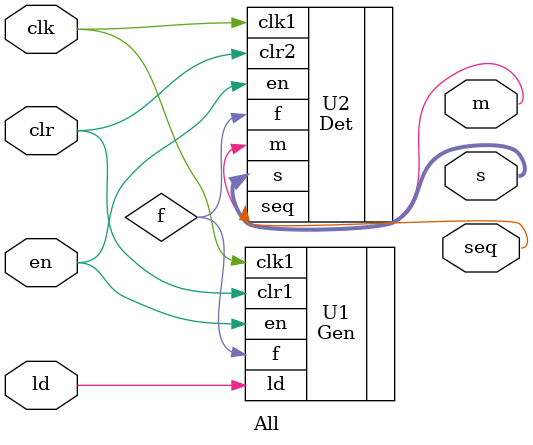
<source format=v>
module All(clk,clr,ld,en,m,s,seq);
	input clk,clr,ld;//Ê±ÖÓ¡¢ÇåÁã¡¢ÐòÁÐ
	input en;//Ê¹ÄÜ
	output m;//¼ì²â³É¹¦±êÖ¾  			
	reg [30:0]cnt;	//·ÖÆµ¼ÆÊýÆ÷		 
	output [4:0] s; //×´Ì¬Êä³ö
	output seq;//Êä³öÐòÁÐ
	wire f;//ÐòÁÐÖÐ¼ä±äÁ¿
	//·ÖÆµÆ÷
	reg clk1;
    //µ÷ÓÃ²úÉúÐòÁÐÄ£¿é
	Gen U1(.clk1(clk),.clr1(clr),.en(en),.ld(ld), .f(f));	
	//µ÷ÓÃÐòÁÐ¼ì²âÄ£¿é
	Det U2(.clk1(clk), .clr2(clr),.en(en),.f(f), .m(m), .s(s),.seq(seq));	
endmodule 
</source>
